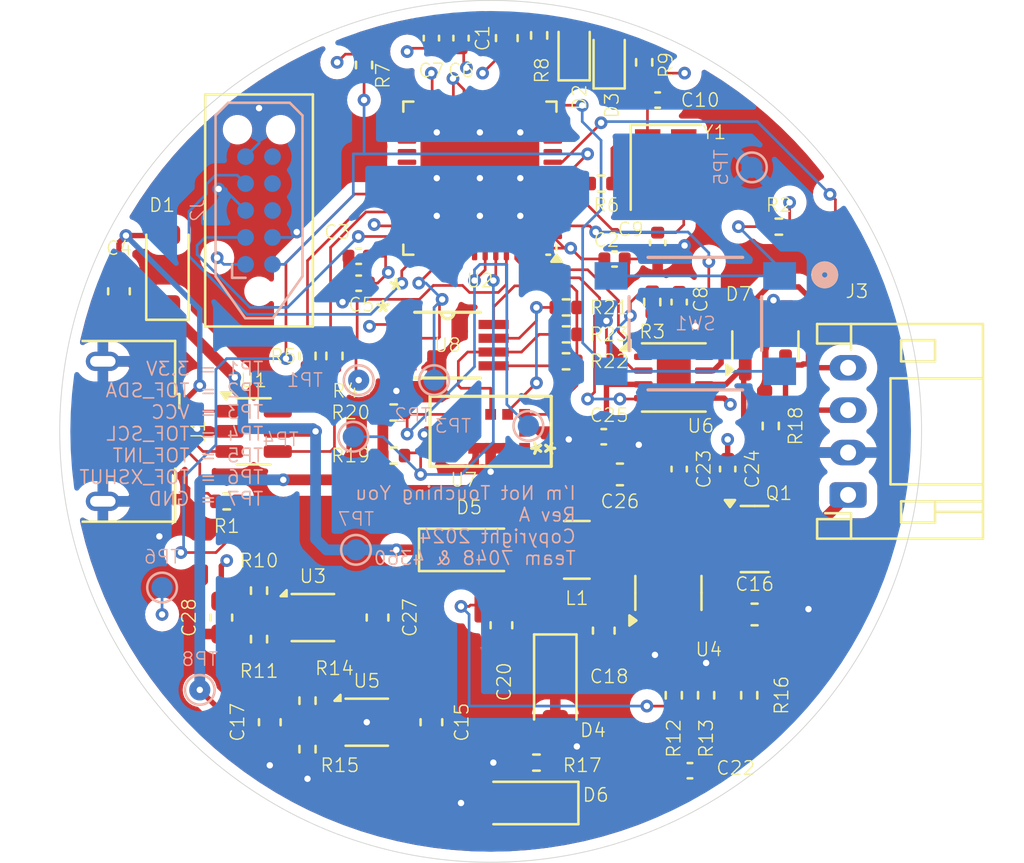
<source format=kicad_pcb>
(kicad_pcb (version 20240108) (generator "pcbnew") (generator_version "8.0")
  (layers (0 "F.Cu" signal "Front") (1 "In1.Cu" signal) (2 "In2.Cu" signal) (31 "B.Cu" signal "Back") (34 "B.Paste" user) (35 "F.Paste" user) (36 "B.SilkS" user "B.Silkscreen") (37 "F.SilkS" user "F.Silkscreen") (38 "B.Mask" user) (39 "F.Mask" user) (44 "Edge.Cuts" user))
  (net 0 "")
  (net 1 "3V3")
  (net 2 "GND")
  (net 3 "Net-(D1-A)")
  (net 4 "BOOT")
  (net 5 "/STM32/OSC_IN")
  (net 6 "/STM32/OSC_OUT")
  (net 7 "VCC")
  (net 8 "+12V")
  (net 9 "Net-(U4-BST)")
  (net 10 "VIN_MEAS")
  (net 11 "LED1")
  (net 12 "Net-(D2-A)")
  (net 13 "LED2")
  (net 14 "Net-(D3-A)")
  (net 15 "Net-(J3-Pin_3)")
  (net 16 "Net-(J3-Pin_4)")
  (net 17 "Net-(J1-ID)")
  (net 18 "Net-(J1-D-)")
  (net 19 "Net-(J1-D+)")
  (net 20 "SWDIO")
  (net 21 "NRST")
  (net 25 "SWCLK")
  (net 26 "VIN")
  (net 27 "ID")
  (net 28 "Net-(R2-Pad2)")
  (net 29 "Net-(R4-Pad1)")
  (net 30 "DP")
  (net 31 "Net-(R5-Pad1)")
  (net 32 "DM")
  (net 33 "2V8")
  (net 34 "Net-(U4-FB)")
  (net 35 "TOF_INT")
  (net 36 "TOF_XSHUT")
  (net 37 "TOF_SCL")
  (net 38 "TOF_SDA")
  (net 39 "CAN_TX")
  (net 40 "CAN_STB")
  (net 41 "CAN_RX")
  (net 45 "TOF_SCL_2V8")
  (net 46 "TOF_SDA_2V8")
  (net 47 "Net-(U8-EN)")
  (net 49 "Net-(U3-FB)")
  (net 50 "Net-(U5-FB)")
  (net 53 "Net-(U2-PF1)")
  (net 74 "/Power/LX")
  (net 75 "/Power/PRE_OUT")
  (footprint "Capacitor_SMD:C_0402_1005Metric" (layer "F.Cu") (at 191.262 87.122 90)
    (property "Reference" "C7")
    (property "Value" "0.1u")
  )
  (footprint "Package_TO_SOT_SMD:SOT-23" (layer "F.Cu") (at 207.01 101.6 90)
    (property "Reference" "D7")
    (property "Value" "SP0502BAHT")
  )
  (footprint "Capacitor_SMD:C_0603_1608Metric" (layer "F.Cu") (at 199.39 115.062 90)
    (property "Reference" "C18")
    (property "Value" "10n")
  )
  (footprint "Capacitor_SMD:C_0402_1005Metric" (layer "F.Cu") (at 187.833 98.679 180)
    (property "Reference" "C5")
    (property "Value" "0.1u")
  )
  (footprint "Resistor_SMD:R_0402_1005Metric" (layer "F.Cu") (at 185.42 118.364 -90)
    (property "Reference" "R14")
    (property "Value" "4.09k")
  )
  (footprint "Diode_SMD:D_SOD-123" (layer "F.Cu") (at 193.04 111.252)
    (property "Reference" "D5")
    (property "Value" "D_Schottky")
  )
  (footprint "Capacitor_SMD:C_0402_1005Metric" (layer "F.Cu") (at 203.454 121.666 180)
    (property "Reference" "C22")
    (property "Value" "1u")
  )
  (footprint "Package_TO_SOT_SMD:SOT-23" (layer "F.Cu") (at 206.502 110.744)
    (property "Reference" "Q1")
    (property "Value" "IRLML6401")
  )
  (footprint "Capacitor_SMD:C_0402_1005Metric" (layer "F.Cu") (at 201.93 96.774 90)
    (property "Reference" "C9")
    (property "Value" "15p")
  )
  (footprint "Package_SON:WSON-6-1EP_2x2mm_P0.65mm_EP1x1.6mm" (layer "F.Cu") (at 188.214 119.38)
    (property "Reference" "U5")
    (property "Value" "TLV75801PDRV")
  )
  (footprint "footprints:DGK8" (layer "F.Cu") (at 192.024 101.6)
    (property "Reference" "U8")
    (property "Value" "TCA9509DGKR")
  )
  (footprint "Capacitor_SMD:C_0402_1005Metric" (layer "F.Cu") (at 202.946 99.568 -90)
    (property "Reference" "C8")
    (property "Value" "0.1u")
  )
  (footprint "Diode_SMD:D_SOD-123" (layer "F.Cu") (at 197.104 117.602 -90)
    (property "Reference" "D4")
    (property "Value" "D_Schottky")
  )
  (footprint "Connector_JST:JST_PH_S4B-PH-K_1x04_P2.00mm_Horizontal" (layer "F.Cu") (at 210.91 108.664 90)
    (property "Reference" "J3")
    (property "Value" "Conn_01x04")
  )
  (footprint "Diode_SMD:D_SOD-123" (layer "F.Cu") (at 195.834 123.19 180)
    (property "Reference" "D6")
    (property "Value" "D_Zener")
  )
  (footprint "Capacitor_SMD:C_0603_1608Metric" (layer "F.Cu") (at 181.356 114.446 -90)
    (property "Reference" "C28")
    (property "Value" "4.7u")
  )
  (footprint "Package_TO_SOT_SMD:SOT-23-6" (layer "F.Cu") (at 202.438 113.284 90)
    (property "Reference" "U4")
    (property "Value" "AOZ1280CI")
  )
  (footprint "Capacitor_SMD:C_0402_1005Metric" (layer "F.Cu") (at 192.659 87.122 90)
    (property "Reference" "C6")
    (property "Value" "0.1u")
  )
  (footprint "Capacitor_SMD:C_0402_1005Metric" (layer "F.Cu") (at 202.946 107.442 -90)
    (property "Reference" "C23")
    (property "Value" "0.1u")
  )
  (footprint "Resistor_SMD:R_0402_1005Metric" (layer "F.Cu") (at 197.612 101.092 180)
    (property "Reference" "R23")
    (property "Value" "2.2k")
  )
  (footprint "Resistor_SMD:R_0402_1005Metric" (layer "F.Cu") (at 188.087 88.39 90)
    (property "Reference" "R7")
    (property "Value" "4.7k")
  )
  (footprint "Resistor_SMD:R_0402_1005Metric" (layer "F.Cu") (at 201.295 88.265 -90)
    (property "Reference" "R9")
    (property "Value" "330")
  )
  (footprint "Capacitor_SMD:C_0603_1608Metric" (layer "F.Cu") (at 194.818 87.122 90)
    (property "Reference" "C1")
    (property "Value" "4.7u")
  )
  (footprint "LED_SMD:LED_0603_1608Metric" (layer "F.Cu") (at 197.993 87.63 90)
    (property "Reference" "D2")
    (property "Value" "LED")
  )
  (footprint "Capacitor_SMD:C_0603_1608Metric" (layer "F.Cu") (at 183.642 119.38 -90)
    (property "Reference" "C17")
    (property "Value" "4.7u")
  )
  (footprint "Diode_SMD:D_SOD-123" (layer "F.Cu") (at 178.816 98.044 90)
    (property "Reference" "D1")
    (property "Value" "D_Schottky")
  )
  (footprint "Resistor_SMD:R_0402_1005Metric" (layer "F.Cu") (at 196.215 121.285 180)
    (property "Reference" "R17")
    (property "Value" "10k")
  )
  (footprint "Resistor_SMD:R_0402_1005Metric" (layer "F.Cu") (at 181.61 108.966 180)
    (property "Reference" "R1")
    (property "Value" "560")
  )
  (footprint "Capacitor_SMD:C_0603_1608Metric" (layer "F.Cu") (at 191.262 119.38 -90)
    (property "Reference" "C15")
    (property "Value" "4.7u")
  )
  (footprint "Resistor_SMD:R_0402_1005Metric" (layer "F.Cu") (at 196.342 86.995 -90)
    (property "Reference" "R8")
    (property "Value" "330")
  )
  (footprint "Resistor_SMD:R_0402_1005Metric" (layer "F.Cu") (at 197.612 102.362 180)
    (property "Reference" "R22")
    (property "Value" "10K")
  )
  (footprint "Inductor_SMD:L_1210_3225Metric" (layer "F.Cu") (at 198.12 111.252 180)
    (property "Reference" "L1")
    (property "Value" "L")
  )
  (footprint "Package_TO_SOT_SMD:SOT-23-6" (layer "F.Cu") (at 182.88 105.664)
    (property "Reference" "U1")
    (property "Value" "USBLC6-2SC6")
  )
  (footprint "Capacitor_SMD:C_0402_1005Metric" (layer "F.Cu") (at 205.232 107.442 -90)
    (property "Reference" "C24")
    (property "Value" "0.1u")
  )
  (footprint "Resistor_SMD:R_0402_1005Metric" (layer "F.Cu") (at 197.612 99.822 180)
    (property "Reference" "R21")
    (property "Value" "2.2k")
  )
  (footprint "Resistor_SMD:R_0402_1005Metric" (layer "F.Cu") (at 201.676 99.568 -90)
    (property "Reference" "R3")
    (property "Value" "100k")
  )
  (footprint "Resistor_SMD:R_0402_1005Metric" (layer "F.Cu") (at 206.248 118.11 -90)
    (property "Reference" "R16")
    (property "Value" "100k")
  )
  (footprint "Capacitor_SMD:C_0603_1608Metric" (layer "F.Cu") (at 188.722 114.446 90)
    (property "Reference" "C27")
    (property "Value" "4.7u")
  )
  (footprint "Capacitor_SMD:C_0603_1608Metric" (layer "F.Cu") (at 176.53 99.06 90)
    (property "Reference" "C4")
    (property "Value" "2.2u")
  )
  (footprint "LED_SMD:LED_0603_1608Metric" (layer "F.Cu") (at 199.644 88.011 90)
    (property "Reference" "D3")
    (property "Value" "LED")
  )
  (footprint "Package_SON:WSON-6-1EP_2x2mm_P0.65mm_EP1x1.6mm" (layer "F.Cu") (at 185.674 114.446)
    (property "Reference" "U3")
    (property "Value" "TLV75801PDRV")
  )
  (footprint "Resistor_SMD:R_0402_1005Metric" (layer "F.Cu") (at 185.42 102.108 90)
    (property "Reference" "R5")
    (property "Value" "22")
  )
  (footprint "Resistor_SMD:R_0402_1005Metric" (layer "F.Cu") (at 185.42 120.65 -90)
    (property "Reference" "R15")
    (property "Value" "1k")
  )
  (footprint "Package_DFN_QFN:QFN-48-1EP_7x7mm_P0.5mm_EP5.6x5.6mm" (layer "F.Cu") (at 193.548 93.726 180)
    (property "Reference" "U2")
    (property "Value" "STM32G431CBUx")
  )
  (footprint "Resistor_SMD:R_0402_1005Metric" (layer "F.Cu") (at 204.216 118.11 90)
    (property "Reference" "R13")
    (property "Value" "9.53k")
  )
  (footprint "Resistor_SMD:R_0402_1005Metric" (layer "F.Cu") (at 189.484 106.807)
    (property "Reference" "R19")
    (property "Value" "10K")
  )
  (footprint "Capacitor_SMD:C_0402_1005Metric" (layer "F.Cu") (at 199.898 97.536)
    (property "Reference" "C2")
    (property "Value" "0.1u")
  )
  (footprint "Crystal:Crystal_SMD_3225-4Pin_3.2x2.5mm" (layer "F.Cu") (at 202.311 93.218 -90)
    (property "Reference" "Y1")
    (property "Value" "Crystal_GND24")
  )
  (footprint "Resistor_SMD:R_0402_1005Metric" (layer "F.Cu") (at 186.69 102.108 90)
    (property "Reference" "R4")
    (property "Value" "22")
  )
  (footprint "Resistor_SMD:R_0402_1005Metric" (layer "F.Cu") (at 183.134 115.462 -90)
    (property "Reference" "R11")
    (property "Value" "1k")
  )
  (footprint "Capacitor_SMD:C_0402_1005Metric" (layer "F.Cu") (at 199.39 105.918)
    (property "Reference" "C25")
    (property "Value" "0.1u")
  )
  (footprint "Resistor_SMD:R_0402_1005Metric" (layer "F.Cu") (at 199.263 93.98)
    (property "Reference" "R6")
    (property "Value" "1K")
  )
  (footprint "footprints:LGA12_STM" (layer "F.Cu") (at 194.056 105.664 -90)
    (property "Reference" "U7")
    (property "Value" "VL53L3CXV0DH/1")
  )
  (footprint "Capacitor_SMD:C_0603_1608Metric" (layer "F.Cu") (at 206.502 114.3)
    (property "Reference" "C16")
    (property "Value" "10u")
  )
  (footprint "Resistor_SMD:R_0402_1005Metric" (layer "F.Cu") (at 202.692 118.11 90)
    (property "Reference" "R12")
    (property "Value" "49.9k")
  )
  (footprint "Resistor_SMD:R_0402_1005Metric" (layer "F.Cu") (at 207.645 96.012 180)
    (property "Reference" "R2")
    (property "Value" "1K")
  )
  (footprint "Connector_USB:USB_Micro-B_Amphenol_10118193-0001LF_Horizontal" (layer "F.Cu") (at 175.768 105.664 -90)
    (property "Reference" "J1")
    (property "Value" "USB_B_Micro")
  )
  (footprint "Capacitor_SMD:C_0603_1608Metric" (layer "F.Cu") (at 200.152 107.696)
    (property "Reference" "C26")
    (property "Value" "4.7u")
  )
  (footprint "Resistor_SMD:R_0402_1005Metric" (layer "F.Cu") (at 207.264 105.41 -90)
    (property "Reference" "R18")
    (property "Value" "120")
  )
  (footprint "Capacitor_SMD:C_0402_1005Metric" (layer "F.Cu") (at 201.93 90.043 180)
    (property "Reference" "C10")
    (property "Value" "15p")
  )
  (footprint "Resistor_SMD:R_0402_1005Metric" (layer "F.Cu") (at 189.484 104.775)
    (property "Reference" "R20")
    (property "Value" "10K")
  )
  (footprint "Capacitor_SMD:C_0603_1608Metric" (layer "F.Cu") (at 194.564 114.808 -90)
    (property "Reference" "C20")
    (property "Value" "10u")
  )
  (footprint "Capacitor_SMD:C_0402_1005Metric" (layer "F.Cu") (at 187.833 97.409 180)
    (property "Reference" "C3")
    (property "Value" "0.1u")
  )
  (footprint "Resistor_SMD:R_0402_1005Metric" (layer "F.Cu") (at 183.134 113.176 -90)
    (property "Reference" "R10")
    (property "Value" "5k")
  )
  (footprint "Package_SON:VSON-8-1EP_3x3mm_P0.65mm_EP1.6x2.4mm" (layer "F.Cu") (at 202.692 103.124)
    (property "Reference" "U6")
    (property "Value" "TCAN1044A-Q1")
  )
  (footprint "Connector:Tag-Connect_TC2050-IDC-NL_2x05_P1.27mm_Vertical_with_bottom_clip" (layer "B.Cu") (at 183.134 95.25 90)
    (property "Reference" "J2")
    (property "Value" "Conn_ARM_JTAG_SWD_10")
  )
  (footprint "TestPoint:TestPoint_Pad_D1.0mm" (layer "B.Cu") (at 206.375 93.218 -90)
    (property "Reference" "TP5")
    (property "Value" "TestPoint")
  )
  (footprint "TestPoint:TestPoint_Pad_D1.0mm" (layer "B.Cu") (at 195.834 105.41 -90)
    (property "Reference" "TP3")
    (property "Value" "TestPoint")
  )
  (footprint "TestPoint:TestPoint_Pad_D1.0mm" (layer "B.Cu") (at 187.579 105.918 -90)
    (property "Reference" "TP4")
    (property "Value" "TestPoint")
  )
  (footprint "TestPoint:TestPoint_Pad_D1.0mm" (layer "B.Cu") (at 178.562 113.03 180)
    (property "Reference" "TP6")
    (property "Value" "TestPoint")
  )
  (footprint "TestPoint:TestPoint_Pad_D1.0mm" (layer "B.Cu") (at 180.34 117.856 180)
    (property "Reference" "TP8")
    (property "Value" "TestPoint")
  )
  (footprint "TestPoint:TestPoint_Pad_D1.0mm" (layer "B.Cu") (at 191.389 103.251 -90)
    (property "Reference" "TP2")
    (property "Value" "TestPoint")
  )
  (footprint "TestPoint:TestPoint_Pad_D1.0mm" (layer "B.Cu") (at 187.706 111.252 180)
    (property "Reference" "TP7")
    (property "Value" "TestPoint")
  )
  (footprint "TestPoint:TestPoint_Pad_D1.0mm" (layer "B.Cu") (at 187.833 103.251 -90)
    (property "Reference" "TP1")
    (property "Value" "TestPoint")
  )
  (footprint "footprints:PTS645SK50SMTR92LFS_CNK" (layer "B.Cu") (at 203.708 100.584 180)
    (property "Reference" "SW1")
    (property "Value" "PTS645SK50SMTR92LFS")
  )
  (gr_circle (center 194.056 105.664) (end 214.376 105.664) (stroke (width 0.0381)) (fill none) (layer "Edge.Cuts"))
  (gr_text "I'm Not Touching You\nRev A\nCopyright 2024\nTeam 7048 & 4360" (at 198.12 112.014 0) (layer "B.SilkS") (effects (font (size 0.635 0.635) (thickness 0.0762)) (justify left bottom mirror)))
  (gr_text "TP1 = 3.3V\nTP2 = TOF_SDA\nTP3 = VCC\nTP4 = TOF_SCL\nTP5 = TOF_INT\nTP6 = TOF_XSHUT\nTP7 = GND" (at 183.388 109.22 0) (layer "B.SilkS") (effects (font (size 0.635 0.635) (thickness 0.0762)) (justify left bottom mirror)))
  (segment (start 189.103 97.409) (end 189.103 98.044) (width 0.127) (layer "F.Cu") (net 1))
  (segment (start 189.103 98.044) (end 189.23 98.171) (width 0.127) (layer "F.Cu") (net 1))
  (segment (start 187.202 87.88) (end 186.817 88.265) (width 0.127) (layer "F.Cu") (net 1))
  (segment (start 196.4335 97.028) (end 197.83109 97.028) (width 0.127) (layer "F.Cu") (net 1))
  (segment (start 192.298 90.2885) (end 192.298 89.047) (width 0.127) (layer "F.Cu") (net 1))
  (segment (start 188.44 97.409) (end 189.103 97.409) (width 0.127) (layer "F.Cu") (net 1))
  (segment (start 188.627789 95.976) (end 188.564289 95.9125) (width 0.127) (layer "F.Cu") (net 1))
  (segment (start 196.342 87.505) (end 196.342 87.884) (width 0.127) (layer "F.Cu") (net 1))
  (segment (start 184.7865 113.5395) (end 183.913 112.666) (width 0.254) (layer "F.Cu") (net 1))
  (segment (start 205.064 104.099) (end 205.359 104.394) (width 0.254) (layer "F.Cu") (net 1))
  (segment (start 205.232 106.962) (end 205.232 106.045) (width 0.254) (layer "F.Cu") (net 1))
  (segment (start 188.722 98.679) (end 189.23 98.171) (width 0.127) (layer "F.Cu") (net 1))
  (segment (start 192.798 89.547) (end 192.278 89.027) (width 0.127) (layer "F.Cu") (net 1))
  (segment (start 188.313 98.679) (end 188.722 98.679) (width 0.127) (layer "F.Cu") (net 1))
  (segment (start 196.298 97.1635) (end 196.4335 97.028) (width 0.127) (layer "F.Cu") (net 1))
  (segment (start 201.295 88.775) (end 203.198 88.775) (width 0.127) (layer "F.Cu") (net 1))
  (segment (start 188.087 87.88) (end 187.202 87.88) (width 0.127) (layer "F.Cu") (net 1))
  (segment (start 192.786 88.392) (end 192.913 88.519) (width 0.127) (layer "F.Cu") (net 1))
  (segment (start 197.5375 97.028) (end 197.83109 97.028) (width 0.127) (layer "F.Cu") (net 1))
  (segment (start 192.298 89.047) (end 192.278 89.027) (width 0.127) (layer "F.Cu") (net 1))
  (segment (start 194.551 87.897) (end 193.675 88.773) (width 0.127) (layer "F.Cu") (net 1))
  (segment (start 199.418 97.536) (end 198.33909 97.536) (width 0.127) (layer "F.Cu") (net 1))
  (segment (start 195.834 88.138) (end 195.593 87.897) (width 0.127) (layer "F.Cu") (net 1))
  (segment (start 191.298 88.809) (end 191.262 88.773) (width 0.127) (layer "F.Cu") (net 1))
  (segment (start 183.134 112.666) (end 182.361 112.666) (width 0.254) (layer "F.Cu") (net 1))
  (segment (start 196.088 88.138) (end 195.834 88.138) (width 0.127) (layer "F.Cu") (net 1))
  (segment (start 190.274 87.602) (end 190.119 87.757) (width 0.127) (layer "F.Cu") (net 1))
  (segment (start 208.155 96.012) (end 208.155 94.871) (width 0.127) (layer "F.Cu") (net 1))
  (segment (start 191.262 87.602) (end 190.274 87.602) (width 0.127) (layer "F.Cu") (net 1))
  (segment (start 188.426999 100.625001) (end 188.341 100.711) (width 0.127) (layer "F.Cu") (net 1))
  (segment (start 196.9855 96.476) (end 197.5375 97.028) (width 0.127) (layer "F.Cu") (net 1))
  (segment (start 184.7865 113.796) (end 184.7865 113.5395) (width 0.254) (layer "F.Cu") (net 1))
  (segment (start 192.786 87.602) (end 192.786 88.392) (width 0.127) (layer "F.Cu") (net 1))
  (segment (start 191.298 90.2885) (end 191.298 88.809) (width 0.127) (layer "F.Cu") (net 1))
  (segment (start 182.361 112.666) (end 181.356 113.671) (width 0.254) (layer "F.Cu") (net 1))
  (segment (start 181.356 112.014) (end 181.61 111.76) (width 0.254) (layer "F.Cu") (net 1))
  (segment (start 183.913 112.666) (end 183.134 112.666) (width 0.254) (layer "F.Cu") (net 1))
  (segment (start 195.593 87.897) (end 194.818 87.897) (width 0.127) (layer "F.Cu") (net 1))
  (segment (start 190.1105 95.976) (end 188.627789 95.976) (width 0.127) (layer "F.Cu") (net 1))
  (segment (start 181.356 113.671) (end 181.356 112.014) (width 0.254) (layer "F.Cu") (net 1))
  (segment (start 196.342 87.884) (end 196.088 88.138) (width 0.127) (layer "F.Cu") (net 1))
  (segment (start 189.8523 100.625001) (end 188.426999 100.625001) (width 0.127) (layer "F.Cu") (net 1))
  (segment (start 203.198 88.775) (end 203.2 88.773) (width 0.127) (layer "F.Cu") (net 1))
  (segment (start 204.1295 104.099) (end 205.064 104.099) (width 0.254) (layer "F.Cu") (net 1))
  (segment (start 208.155 94.871) (end 208.153 94.869) (width 0.127) (layer "F.Cu") (net 1))
  (segment (start 198.33909 97.536) (end 197.83109 97.028) (width 0.127) (layer "F.Cu") (net 1))
  (segment (start 192.798 90.2885) (end 192.798 89.547) (width 0.127) (layer "F.Cu") (net 1))
  (segment (start 194.818 87.897) (end 194.551 87.897) (width 0.127) (layer "F.Cu") (net 1))
  (via (at 203.2 88.773) (size 0.6) (drill 0.3) (layers "F.Cu" "B.Cu") (net 1))
  (via (at 197.83109 97.028) (size 0.6) (drill 0.3) (layers "F.Cu" "B.Cu") (net 1))
  (via (at 193.675 88.773) (size 0.6) (drill 0.3) (layers "F.Cu" "B.Cu") (net 1))
  (via (at 189.23 98.171) (size 0.6) (drill 0.3) (layers "F.Cu" "B.Cu") (net 1))
  (via (at 190.119 87.757) (size 0.6) (drill 0.3) (layers "F.Cu" "B.Cu") (net 1))
  (via (at 205.359 104.394) (size 0.6) (drill 0.3) (layers "F.Cu" "B.Cu") (net 1))
  (via (at 191.262 88.773) (size 0.6) (drill 0.3) (layers "F.Cu" "B.Cu") (net 1))
  (via (at 192.278 89.027) (size 0.6) (drill 0.3) (layers "F.Cu" "B.Cu") (net 1))
  (via (at 208.153 94.869) (size 0.6) (drill 0.3) (layers "F.Cu" "B.Cu") (net 1))
  (via (at 181.61 111.76) (size 0.6) (drill 0.3) (layers "F.Cu" "B.Cu") (net 1))
  (via (at 188.341 100.711) (size 0.6) (drill 0.3) (layers "F.Cu" "B.Cu") (net 1))
  (via (at 181.160179 97.477821) (size 0.6) (drill 0.3) (layers "F.Cu" "B.Cu") (net 1))
  (via (at 178.562 114.3) (size 0.6) (drill 0.3) (layers "F.Cu" "B.Cu") (net 1))
  (via (at 186.817 88.265) (size 0.6) (drill 0.3) (layers "F.Cu" "B.Cu") (net 1))
  (via (at 188.564289 95.9125) (size 0.6) (drill 0.3) (layers "F.Cu" "B.Cu") (net 1))
  (via (at 192.913 88.519) (size 0.6) (drill 0.3) (layers "F.Cu" "B.Cu") (net 1))
  (via (at 205.232 106.045) (size 0.6) (drill 0.3) (layers "F.Cu" "B.Cu") (net 1))
  (segment (start 181.472358 97.79) (end 181.160179 97.477821) (width 0.127) (layer "B.Cu") (net 1))
  (segment (start 182.499 97.79) (end 181.472358 97.79) (width 0.127) (layer "B.Cu") (net 1))
  (segment (start 178.562 113.03) (end 178.562 114.3) (width 0.127) (layer "B.Cu") (net 1))
  (segment (start 201.676 100.078) (end 202.916 100.078) (width 0.127) (layer "F.Cu") (net 2))
  (segment (start 178.689 110.363) (end 178.435 110.617) (width 0.127) (layer "F.Cu") (net 2))
  (segment (start 197.104 119.252) (end 198.12 120.268) (width 0.127) (layer "F.Cu") (net 2))
  (segment (start 179.832 110.363) (end 178.689 110.363) (width 0.127) (layer "F.Cu") (net 2))
  (segment (start 187.353 98.679) (end 187.353 99.286) (width 0.127) (layer "F.Cu") (net 2))
  (segment (start 201.102 106.36) (end 201.041 106.299) (width 0.127) (layer "F.Cu") (net 2))
  (segment (start 189.8523 102.574999) (end 189.8523 103.5177) (width 0.127) (layer "F.Cu") (net 2))
  (segment (start 195.705 121.285) (end 194.183 121.285) (width 0.127) (layer "F.Cu") (net 2))
  (segment (start 201.648 97.536) (end 201.93 97.254) (width 0.127) (layer "F.Cu") (net 2))
  (segment (start 180.34 105.664) (end 180.213 105.537) (width 0.127) (layer "F.Cu") (net 2))
  (segment (start 191.063713 105.664) (end 190.918802 105.808911) (width 0.127) (layer "F.Cu") (net 2))
  (segment (start 202.916 100.078) (end 202.946 100.048) (width 0.127) (layer "F.Cu") (net 2))
  (segment (start 199.517 101.498999) (end 199.517 100.457) (width 0.127) (layer "F.Cu") (net 2))
  (segment (start 195.655946 105.664) (end 197.358 105.664) (width 0.127) (layer "F.Cu") (net 2))
  (segment (start 193.255999 106.463973) (end 193.255999 107.403999) (width 0.127) (layer "F.Cu") (net 2))
  (segment (start 193.255999 107.403999) (end 193.421 107.569) (width 0.127) (layer "F.Cu") (net 2))
  (segment (start 197.358 105.664) (end 197.739 106.045) (width 0.127) (layer "F.Cu") (net 2))
  (segment (start 194.856001 106.463973) (end 194.856001 107.403999) (width 0.127) (layer "F.Cu") (net 2))
  (segment (start 187.353 99.286) (end 187.071 99.568) (width 0.127) (layer "F.Cu") (net 2))
  (segment (start 200.378 97.536) (end 201.648 97.536) (width 0.127) (layer "F.Cu") (net 2))
  (segment (start 207.452 114.3) (end 208.788 114.3) (width 0.127) (layer "F.Cu") (net 2))
  (segment (start 199.87 105.918) (end 200.66 105.918) (width 0.127) (layer "F.Cu") (net 2))
  (segment (start 202.946 100.048) (end 203.045 100.048) (width 0.127) (layer "F.Cu") (net 2))
  (segment (start 208.788 114.3) (end 209.042 114.046) (width 0.127) (layer "F.Cu") (net 2))
  (segment (start 207.01 99.862702) (end 207.391 99.481702) (width 0.127) (layer "F.Cu") (net 2))
  (segment (start 192.456054 105.664) (end 191.063713 105.664) (width 0.127) (layer "F.Cu") (net 2))
  (segment (start 202.438 115.57) (end 201.803 116.205) (width 0.127) (layer "F.Cu") (net 2))
  (segment (start 200.817001 102.799) (end 199.517 101.498999) (width 0.127) (layer "F.Cu") (net 2))
  (segment (start 194.856001 107.403999) (end 194.691 107.569) (width 0.127) (layer "F.Cu") (net 2))
  (segment (start 198.12 120.268) (end 198.12 120.523) (width 0.127) (layer "F.Cu") (net 2))
  (segment (start 194.056 106.463973) (end 194.056 107.569) (width 0.127) (layer "F.Cu") (net 2))
  (segment (start 203.045 100.048) (end 203.708 100.711) (width 0.127) (layer "F.Cu") (net 2))
  (segment (start 207.01 100.6625) (end 207.01 99.862702) (width 0.127) (layer "F.Cu") (net 2))
  (segment (start 181.7425 105.664) (end 180.34 105.664) (width 0.127) (layer "F.Cu") (net 2))
  (segment (start 179.832 108.353) (end 179.832 110.363) (width 0.127) (layer "F.Cu") (net 2))
  (segment (start 202.847 97.254) (end 203.2 96.901) (width 0.127) (layer "F.Cu") (net 2))
  (segment (start 201.93 97.254) (end 202.847 97.254) (width 0.127) (layer "F.Cu") (net 2))
  (segment (start 189.8523 103.5177) (end 189.611 103.759) (width 0.127) (layer "F.Cu") (net 2))
  (segment (start 178.443 106.964) (end 179.832 108.353) (width 0.127) (layer "F.Cu") (net 2))
  (segment (start 194.184 123.19) (end 192.659 123.19) (width 0.127) (layer "F.Cu") (net 2))
  (segment (start 200.66 105.918) (end 201.041 106.299) (width 0.127) (layer "F.Cu") (net 2))
  (segment (start 187.353 97.409) (end 187.353 98.679) (width 0.127) (layer "F.Cu") (net 2))
  (segment (start 201.102 107.696) (end 201.102 106.36) (width 0.127) (layer "F.Cu") (net 2))
  (segment (start 185.42 121.16) (end 185.42 122.047) (width 0.127) (layer "F.Cu") (net 2))
  (segment (start 194.691 107.569) (end 194.056 107.569) (width 0.127) (layer "F.Cu") (net 2))
  (segment (start 183.642 120.155) (end 183.642 121.412) (width 0.127) (layer "F.Cu") (net 2))
  (segment (start 201.2545 102.799) (end 200.817001 102.799) (width 0.127) (layer "F.Cu") (net 2))
  (segment (start 202.438 114.4215) (end 202.438 115.57) (width 0.127) (layer "F.Cu") (net 2))
  (segment (start 204.216 117.6) (end 204.216 116.586) (width 0.127) (layer "F.Cu") (net 2))
  (segment (start 193.421 107.569) (end 194.056 107.569) (width 0.127) (layer "F.Cu") (net 2))
  (via (at 189.611 103.759) (size 0.6) (drill 0.3) (layers "F.Cu" "B.Cu") (net 2))
  (via (at 185.42 122.047) (size 0.6) (drill 0.3) (layers "F.Cu" "B.Cu") (net 2))
  (via (at 183.642 121.412) (size 0.6) (drill 0.3) (layers "F.Cu" "B.Cu") (net 2))
  (via (at 195.453 91.567) (size 0.6) (drill 0.3) (layers "F.Cu" "B.Cu") (net 2))
  (via (at 187.071 99.568) (size 0.6) (drill 0.3) (layers "F.Cu" "B.Cu") (net 2))
  (via (at 191.516 93.726) (size 0.6) (drill 0.3) (layers "F.Cu" "B.Cu") (net 2))
  (via (at 181.229 94.234) (size 0.6) (drill 0.3) (layers "F.Cu" "B.Cu") (net 2))
  (via (at 180.213 105.537) (size 0.6) (drill 0.3) (layers "F.Cu" "B.Cu") (net 2))
  (via (at 203.2 96.901) (size 0.6) (drill 0.3) (layers "F.Cu" "B.Cu") (net 2))
  (via (at 198.12 120.523) (size 0.6) (drill 0.3) (layers "F.Cu" "B.Cu") (net 2))
  (via (at 195.453 95.504) (size 0.6) (drill 0.3) (layers "F.Cu" "B.Cu") (net 2))
  (via (at 184.912 96.266) (size 0.6) (drill 0.3) (layers "F.Cu" "B.Cu") (net 2))
  (via (at 193.548 93.726) (size 0.6) (drill 0.3) (layers "F.Cu" "B.Cu") (net 2))
  (via (at 194.056 107.569) (size 0.6) (drill 0.3) (layers "F.Cu" "B.Cu") (net 2))
  (via (at 201.803 116.205) (size 0.6) (drill 0.3) (layers "F.Cu" "B.Cu") (net 2))
  (via (at 195.453 93.726) (size 0.6) (drill 0.3) (layers "F.Cu" "B.Cu") (net 2))
  (via (at 194.183 121.285) (size 0.6) (drill 0.3) (layers "F.Cu" "B.Cu") (net 2))
  (via (at 190.918802 105.808911) (size 0.6) (drill 0.3) (layers "F.Cu" "B.Cu") (net 2))
  (via (at 192.659 123.19) (size 0.6) (drill 0.3) (layers "F.Cu" "B.Cu") (net 2))
  (via (at 197.739 106.045) (size 0.6) (drill 0.3) (layers "F.Cu" "B.Cu") (net 2))
  (via (at 183.134 90.424) (size 0.6) (drill 0.3) (layers "F.Cu" "B.Cu") (net 2))
  (via (at 204.216 116.586) (size 0.6) (drill 0.3) (layers "F.Cu" "B.Cu") (net 2))
  (via (at 188.214 119.38) (size 0.6) (drill 0.3) (layers "F.Cu" "B.Cu") (net 2))
  (via (at 193.548 91.567) (size 0.6) (drill 0.3) (layers "F.Cu" "B.Cu") (net 2))
  (via (at 193.548 95.504) (size 0.6) (drill 0.3) (layers "F.Cu" "B.Cu") (net 2))
  (via (at 191.516 91.567) (size 0.6) (drill 0.3) (layers "F.Cu" "B.Cu") (net 2))
  (via (at 178.435 110.617) (size 0.6) (drill 0.3) (layers "F.Cu" "B.Cu") (net 2))
  (via (at 203.708 100.711) (size 0.6) (drill 0.3) (layers "F.Cu" "B.Cu") (net 2))
  (via (at 207.391 99.481702) (size 0.6) (drill 0.3) (layers "F.Cu" "B.Cu") (net 2))
  (via (at 201.041 106.299) (size 0.6) (drill 0.3) (layers "F.Cu" "B.Cu") (net 2))
  (via (at 199.517 100.457) (size 0.6) (drill 0.3) (layers "F.Cu" "B.Cu") (net 2))
  (via (at 191.516 95.504) (size 0.6) (drill 0.3) (layers "F.Cu" "B.Cu") (net 2))
  (via (at 209.042 114.046) (size 0.6) (drill 0.3) (layers "F.Cu" "B.Cu") (net 2))
  (segment (start 183.134 92.075) (end 183.134 90.424) (width 0.127) (layer "B.Cu") (net 2))
  (segment (start 181.483 94.234) (end 181.229 94.234) (width 0.127) (layer "B.Cu") (net 2))
  (segment (start 184.658 96.52) (end 184.912 96.266) (width 0.127) (layer "B.Cu") (net 2))
  (segment (start 183.769 96.52) (end 184.658 96.52) (width 0.127) (layer "B.Cu") (net 2))
  (segment (start 182.499 95.25) (end 181.483 94.234) (width 0.127) (layer "B.Cu") (net 2))
  (segment (start 182.499 92.71) (end 183.134 92.075) (width 0.127) (layer "B.Cu") (net 2))
  (segment (start 179.481 104.364) (end 180.34 103.505) (width 0.254) (layer "F.Cu") (net 3))
  (segment (start 176.859163 96.432776) (end 178.777224 96.432776) (width 0.254) (layer "F.Cu") (net 3))
  (segment (start 178.777224 96.432776) (end 178.816 96.394) (width 0.254) (layer "F.Cu") (net 3))
  (segment (start 178.443 104.364) (end 179.481 104.364) (width 0.254) (layer "F.Cu") (net 3))
  (segment (start 176.53 98.285) (end 176.53 96.761939) (width 0.254) (layer "F.Cu") (net 3))
  (segment (start 176.53 96.761939) (end 176.859163 96.432776) (width 0.254) (layer "F.Cu") (net 3))
  (via (at 176.859163 96.432776) (size 0.6) (drill 0.3) (layers "F.Cu" "B.Cu") (net 3))
  (via (at 180.34 103.505) (size 0.6) (drill 0.3) (layers "F.Cu" "B.Cu") (net 3))
  (segment (start 180.34 103.505) (end 180.34 99.913613) (width 0.254) (layer "B.Cu") (net 3))
  (segment (start 180.34 99.913613) (end 176.859163 96.432776) (width 0.254) (layer "B.Cu") (net 3))
  (segment (start 202.916 99.058) (end 202.946 99.088) (width 0.127) (layer "F.Cu") (net 4))
  (segment (start 201.676 99.058) (end 202.916 99.058) (width 0.127) (layer "F.Cu") (net 4))
  (segment (start 201.17 99.058) (end 200.643769 99.584231) (width 0.127) (layer "F.Cu") (net 4))
  (segment (start 201.676 99.058) (end 201.17 99.058) (width 0.127) (layer "F.Cu") (net 4))
  (segment (start 196.298 90.2885) (end 198.3655 90.2885) (width 0.127) (layer "F.Cu") (net 4))
  (segment (start 198.3655 90.2885) (end 198.374 90.297) (width 0.127) (layer "F.Cu") (net 4))
  (segment (start 200.643769 99.584231) (end 200.643769 100.207444) (width 0.127) (layer "F.Cu") (net 4))
  (via (at 200.643769 100.207444) (size 0.6) (drill 0.3) (layers "F.Cu" "B.Cu") (net 4))
  (via (at 198.374 90.297) (size 0.6) (drill 0.3) (layers "F.Cu" "B.Cu") (net 4))
  (segment (start 199.733 102.834001) (end 207.683 102.834001) (width 0.127) (layer "B.Cu") (net 4))
  (segment (start 199.733 101.118213) (end 200.643769 100.207444) (width 0.127) (layer "B.Cu") (net 4))
  (segment (start 199.733 102.834001) (end 198.39459 101.495591) (width 0.127) (layer "B.Cu") (net 4))
  (segment (start 199.263 95.21509) (end 199.263 91.948) (width 0.127) (layer "B.Cu") (net 4))
  (segment (start 198.39459 96.0835) (end 199.263 95.21509) (width 0.127) (layer "B.Cu") (net 4))
  (segment (start 199.263 91.948) (end 198.374 91.059) (width 0.127) (layer "B.Cu") (net 4))
  (segment (start 198.374 91.059) (end 198.374 90.297) (width 0.127) (layer "B.Cu") (net 4))
  (segment (start 199.733 102.834001) (end 199.733 101.118213) (width 0.127) (layer "B.Cu") (net 4))
  (segment (start 198.39459 101.495591) (end 198.39459 96.0835) (width 0.127) (layer "B.Cu") (net 4))
  (segment (start 200.18 96.294) (end 201.93 96.294) (width 0.127) (layer "F.Cu") (net 5))
  (segment (start 203.161 95.924) (end 202.791 96.294) (width 0.127) (layer "F.Cu") (net 5))
  (segment (start 202.791 96.294) (end 201.93 96.294) (width 0.127) (layer "F.Cu") (net 5))
  (segment (start 199.771 96.139) (end 200.025 96.139) (width 0.127) (layer "F.Cu") (net 5))
  (segment (start 203.161 94.318) (end 203.161 95.924) (width 0.127) (layer "F.Cu") (net 5))
  (segment (start 196.9855 94.476) (end 198.108 94.476) (width 0.127) (layer "F.Cu") (net 5))
  (segment (start 198.108 94.476) (end 199.771 96.139) (width 0.127) (layer "F.Cu") (net 5))
  (segment (start 200.025 96.139) (end 200.18 96.294) (width 0.127) (layer "F.Cu") (net 5))
  (segment (start 199.773 93.98) (end 199.773 92.327) (width 0.127) (layer "F.Cu") (net 6))
  (segment (start 200.236 92.118) (end 201.461 92.118) (width 0.127) (layer "F.Cu") (net 6))
  (segment (start 199.773 92.327) (end 199.898 92.202) (width 0.127) (layer "F.Cu") (net 6))
  (segment (start 201.45 92.107) (end 201.45 90.043) (width 0.127) (layer "F.Cu") (net 6))
  (segment (start 201.461 92.118) (end 201.45 92.107) (width 0.127) (layer "F.Cu") (net 6))
  (segment (start 200.152 92.202) (end 200.236 92.118) (width 0.127) (layer "F.Cu") (net 6))
  (segment (start 199.898 92.202) (end 200.152 92.202) (width 0.127) (layer "F.Cu") (net 6))
  (segment (start 186.5615 115.096) (end 187.613 115.096) (width 0.254) (layer "F.Cu") (net 7))
  (segment (start 202.311 105.664) (end 202.946 106.299) (width 0.254) (layer "F.Cu") (net 7))
  (segment (start 187.702 113.796) (end 187.706 113.792) (width 0.254) (layer "F.Cu") (net 7))
  (segment (start 201.2545 103.449) (end 199.573 103.449) (width 0.254) (layer "F.Cu") (net 7))
  (segment (start 199.573 103.449) (end 199.517 103.505) (width 0.254) (layer "F.Cu") (net 7))
  (segment (start 187.613 115.096) (end 187.706 115.189) (width 0.254) (layer "F.Cu") (net 7))
  (segment (start 187.706 115.189) (end 187.96 115.189) (width 0.254) (layer "F.Cu") (net 7))
  (segment (start 191.39 114.68) (end 191.39 111.252) (width 0.508) (layer "F.Cu") (net 7))
  (segment (start 178.816 99.694) (end 178.816 99.949) (width 0.508) (layer "F.Cu") (net 7))
  (segment (start 191.137 118.73) (end 191.262 118.605) (width 0.254) (layer "F.Cu") (net 7))
  (segment (start 186.5615 113.796) (end 187.702 113.796) (width 0.254) (layer "F.Cu") (net 7))
  (segment (start 191.389 109.22) (end 203.835 109.22) (width 0.254) (layer "F.Cu") (net 7))
  (segment (start 191.262 115.189) (end 191.262 114.808) (width 0.508) (layer "F.Cu") (net 7))
  (segment (start 199.517 105.029) (end 200.406 105.029) (width 0.254) (layer "F.Cu") (net 7))
  (segment (start 202.946 106.299) (end 202.946 106.962) (width 0.254) (layer "F.Cu") (net 7))
  (segment (start 190.231 120.03) (end 190.246 120.015) (width 0.254) (layer "F.Cu") (net 7))
  (segment (start 189.1015 118.73) (end 190.246 118.73) (width 0.254) (layer "F.Cu") (net 7))
  (segment (start 189.611 111.252) (end 191.39 111.252) (width 0.508) (layer "F.Cu") (net 7))
  (segment (start 191.262 118.605) (end 191.262 115.189) (width 0.508) (layer "F.Cu") (net 7))
  (segment (start 203.835 107.315) (end 203.482 106.962) (width 0.254) (layer "F.Cu") (net 7))
  (segment (start 191.23 115.221) (end 191.262 115.189) (width 0.508) (layer "F.Cu") (net 7))
  (segment (start 189.1015 120.03) (end 190.231 120.03) (width 0.254) (layer "F.Cu") (net 7))
  (segment (start 203.835 109.22) (end 203.835 107.315) (width 0.254) (layer "F.Cu") (net 7))
  (segment (start 191.262 114.808) (end 191.39 114.68) (width 0.508) (layer "F.Cu") (net 7))
  (segment (start 190.246 120.015) (end 190.246 118.73) (width 0.254) (layer "F.Cu") (net 7))
  (segment (start 190.246 118.73) (end 191.137 118.73) (width 0.254) (layer "F.Cu") (net 7))
  (segment (start 187.96 115.189) (end 187.992 115.221) (width 0.254) (layer "F.Cu") (net 7))
  (segment (start 187.992 115.221) (end 188.722 115.221) (width 0.254) (layer "F.Cu") (net 7))
  (segment (start 191.39 109.221) (end 191.389 109.22) (width 0.254) (layer "F.Cu") (net 7))
  (segment (start 185.801 105.664) (end 184.0175 105.664) (width 0.508) (layer "F.Cu") (net 7))
  (segment (start 199.517 103.505) (end 199.517 105.029) (width 0.254) (layer "F.Cu") (net 7))
  (segment (start 191.39 111.252) (end 191.39 109.221) (width 0.254) (layer "F.Cu") (net 7))
  (segment (start 187.706 113.792) (end 187.706 115.189) (width 0.254) (layer "F.Cu") (net 7))
  (segment (start 200.406 105.029) (end 201.041 105.664) (width 0.254) (layer "F.Cu") (net 7))
  (segment (start 178.816 99.949) (end 181.991 103.124) (width 0.508) (layer "F.Cu") (net 7))
  (segment (start 203.482 106.962) (end 202.946 106.962) (width 0.254) (layer "F.Cu") (net 7))
  (segment (start 188.722 115.221) (end 191.23 115.221) (width 0.508) (layer "F.Cu") (net 7))
  (segment (start 201.041 105.664) (end 202.311 105.664) (width 0.254) (layer "F.Cu") (net 7))
  (via (at 189.611 111.252) (size 0.6) (drill 0.3) (layers "F.Cu" "B.Cu") (net 7))
  (via (at 181.991 103.124) (size 0.6) (drill 0.3) (layers "F.Cu" "B.Cu") (net 7))
  (via (at 185.801 105.664) (size 0.6) (drill 0.3) (layers "F.Cu" "B.Cu") (net 7))
  (segment (start 186.055 110.998) (end 186.309 111.252) (width 0.508) (layer "B.Cu") (net 7))
  (segment (start 182.372 104.013) (end 182.372 105.537) (width 0.508) (layer "B.Cu") (net 7))
  (segment (start 185.801 110.744) (end 186.055 110.998) (width 0.508) (layer "B.Cu") (net 7))
  (segment (start 181.991 103.124) (end 181.991 103.632) (width 0.508) (layer "B.Cu") (net 7))
  (segment (start 185.801 105.664) (end 185.801 110.744) (width 0.508) (layer "B.Cu") (net 7))
  (segment (start 182.372 105.537) (end 185.674 105.537) (width 0.508) (layer "B.Cu") (net 7))
  (segment (start 181.991 103.632) (end 182.372 104.013) (width 0.508) (layer "B.Cu") (net 7))
  (segment (start 186.309 111.252) (end 189.611 111.252) (width 0.508) (layer "B.Cu") (net 7))
  (segment (start 185.674 105.537) (end 185.801 105.664) (width 0.508) (layer "B.Cu") (net 7))
  (segment (start 202.438 112.1465) (end 202.438 110.49) (width 0.508) (layer "F.Cu") (net 8))
  (segment (start 204.4875 110.617) (end 205.5645 111.694) (width 0.508) (layer "F.Cu") (net 8))
  (segment (start 206.248 117.6) (end 206.248 116.84) (width 0.127) (layer "F.Cu") (net 8))
  (segment (start 204.343 110.49) (end 204.47 110.617) (width 0.508) (layer "F.Cu") (net 8))
  (segment (start 205.552 116.144) (end 205.552 114.3) (width 0.127) (layer "F.Cu") (net 8))
  (segment (start 203.454 110.49) (end 204.343 110.49) (width 0.508) (layer "F.Cu") (net 8))
  (segment (start 202.438 110.49) (end 203.454 110.49) (width 0.508) (layer "F.Cu") (net 8))
  (segment (start 205.5645 114.2875) (end 205.552 114.3) (width 0.254) (layer "F.Cu") (net 8))
  (segment (start 203.388 112.1465) (end 203.388 110.556) (width 0.508) (layer "F.Cu") (net 8))
  (segment (start 205.5645 111.694) (end 205.5645 114.2875) (width 0.508) (layer "F.Cu") (net 8))
  (segment (start 203.388 110.556) (end 203.454 110.49) (width 0.508) (layer "F.Cu") (net 8))
  (segment (start 206.248 116.84) (end 205.552 116.144) (width 0.127) (layer "F.Cu") (net 8))
  (segment (start 204.47 110.617) (end 204.4875 110.617) (width 0.508) (layer "F.Cu") (net 8))
  (segment (start 201.488 115.377) (end 201.488 114.4215) (width 0.127) (layer "F.Cu") (net 9))
  (segment (start 201.028 115.837) (end 201.488 115.377) (width 0.127) (layer "F.Cu") (net 9))
  (segment (start 199.39 115.837) (end 201.028 115.837) (width 0.127) (layer "F.Cu") (net 9))
  (segment (start 197.484 122.044) (end 196.725 121.285) (width 0.127) (layer "F.Cu") (net 10))
  (segment (start 197.484 123.19) (end 202.946 123.19) (width 0.127) (layer "F.Cu") (net 10))
  (segment (start 206.248 118.62) (end 206.248 119.352) (width 0.127) (layer "F.Cu") (net 10))
  (segment (start 212.710867 100.442867) (end 212.471 100.203) (width 0.127) (layer "F.Cu") (net 10))
  (segment (start 210.312 98.044) (end 210.312 94.742) (width 0.127) (layer "F.Cu") (net 10))
  (segment (start 212.471 100.203) (end 210.312 98.044) (width 0.127) (layer "F.Cu") (net 10))
  (segment (start 202.946 123.19) (end 203.934 122.202) (width 0.127) (layer "F.Cu") (net 10))
  (segment (start 196.9855 92.976) (end 197.422999 92.976) (width 0.127) (layer "F.Cu") (net 10))
  (segment (start 203.934 122.202) (end 203.934 121.666) (width 0.127) (layer "F.Cu") (net 10))
  (segment (start 206.248 119.352) (end 203.934 121.666) (width 0.127) (layer "F.Cu") (net 10))
  (segment (start 197.484 123.19) (end 197.484 122.044) (width 0.127) (layer "F.Cu") (net 10))
  (segment (start 210.312 94.742) (end 210.058 94.488) (width 0.127) (layer "F.Cu") (net 10))
  (segment (start 199.263 91.135999) (end 199.263 91.1145) (width 0.127) (layer "F.Cu") (net 10))
  (segment (start 197.422999 92.976) (end 199.263 91.135999) (width 0.127) (layer "F.Cu") (net 10))
  (segment (start 212.710867 112.157133) (end 212.710867 100.442867) (width 0.127) (layer "F.Cu") (net 10))
  (segment (start 206.248 118.62) (end 212.710867 112.157133) (width 0.127) (layer "F.Cu") (net 10))
  (via (at 199.263 91.1145) (size 0.6) (drill 0.3) (layers "F.Cu" "B.Cu") (net 10))
  (via (at 210.058 94.488) (size 0.6) (drill 0.3) (layers "F.Cu" "B.Cu") (net 10))
  (segment (start 206.629 91.059) (end 199.3185 91.059) (width 0.127) (layer "B.Cu") (net 10))
  (segment (start 199.3185 91.059) (end 199.263 91.1145) (width 0.127) (layer "B.Cu") (net 10))
  (segment (start 210.058 94.488) (end 206.629 91.059) (width 0.127) (layer "B.Cu") (net 10))
  (segment (start 195.453 88.9) (end 195.453 89.154) (width 0.127) (layer "F.Cu") (net 11))
  (segment (start 197.993 88.265) (end 197.358 88.9) (width 0.127) (layer "F.Cu") (net 11))
  (segment (start 195.298 89.309) (end 195.298 90.2885) (width 0.127) (layer "F.Cu") (net 11))
  (segment (start 197.358 88.9) (end 195.453 88.9) (width 0.127) (layer "F.Cu") (net 11))
  (segment (start 195.453 89.154) (end 195.298 89.309) (width 0.127) (layer "F.Cu") (net 11))
  (segment (start 196.342 86.485) (end 197.6355 86.485) (width 0.127) (layer "F.Cu") (net 12))
  (segment (start 197.6355 86.485) (end 197.993 86.8425) (width 0.127) (layer "F.Cu") (net 12))
  (segment (start 195.798 89.444) (end 195.834 89.408) (width 0.127) (layer "F.Cu") (net 13))
  (segment (start 195.798 90.2885) (end 195.798 89.444) (width 0.127) (layer "F.Cu") (net 13))
  (segment (start 199.0345 89.408) (end 199.644 88.7985) (width 0.127) (layer "F.Cu") (net 13))
  (segment (start 195.834 89.408) (end 199.0345 89.408) (width 0.127) (layer "F.Cu") (net 13))
  (segment (start 200.7635 87.2235) (end 201.295 87.755) (width 0.127) (layer "F.Cu") (net 14))
  (segment (start 199.644 87.2235) (end 200.7635 87.2235) (width 0.127) (layer "F.Cu") (net 14))
  (segment (start 205.98775 105.27675) (end 206.631 105.92) (width 0.254) (layer "F.Cu") (net 15))
  (segment (start 205.1485 103.449) (end 206.06 102.5375) (width 0.254) (layer "F.Cu") (net 15))
  (segment (start 208.024 105.92) (end 209.28 104.664) (width 0.254) (layer "F.Cu") (net 15))
  (segment (start 206.631 105.92) (end 207.264 105.92) (width 0.254) (layer "F.Cu") (net 15))
  (segment (start 204.1295 103.449) (end 205.1485 103.449) (width 0.254) (layer "F.Cu") (net 15))
  (segment (start 205.98775 102.60975) (end 205.98775 105.27675) (width 0.254) (layer "F.Cu") (net 15))
  (segment (start 207.264 105.92) (end 208.024 105.92) (width 0.254) (layer "F.Cu") (net 15))
  (segment (start 206.06 102.5375) (end 205.98775 102.60975) (width 0.254) (layer "F.Cu") (net 15))
  (segment (start 209.28 104.664) (end 210.91 104.664) (width 0.254) (layer "F.Cu") (net 15))
  (segment (start 209.042 102.489) (end 208.788 102.489) (width 0.254) (layer "F.Cu") (net 16))
  (segment (start 209.217 102.664) (end 210.91 102.664) (width 0.254) (layer "F.Cu") (net 16))
  (segment (start 208.7395 102.5375) (end 207.96 102.5375) (width 0.254) (layer "F.Cu") (net 16))
  (segment (start 207.96 104.204) (end 207.264 104.9) (width 0.254) (layer "F.Cu") (net 16))
  (segment (start 208.788 102.489) (end 208.7395 102.5375) (width 0.254) (layer "F.Cu") (net 16))
  (segment (start 208.582702 98.854702) (end 209.042 99.314) (width 0.254) (layer "F.Cu") (net 16))
  (segment (start 207.96 102.5375) (end 207.96 104.204) (width 0.254) (layer "F.Cu") (net 16))
  (segment (start 204.922 102.443999) (end 204.922 101.06399) (width 0.254) (layer "F.Cu") (net 16))
  (segment (start 207.131288 98.854702) (end 208.582702 98.854702) (width 0.254) (layer "F.Cu") (net 16))
  (segment (start 204.922 101.06399) (end 207.131288 98.854702) (width 0.254) (layer "F.Cu") (net 16))
  (segment (start 204.1295 102.799) (end 204.566999 102.799) (width 0.254) (layer "F.Cu") (net 16))
  (segment (start 204.566999 102.799) (end 204.922 102.443999) (width 0.254) (layer "F.Cu") (net 16))
  (segment (start 209.042 99.314) (end 209.042 102.489) (width 0.254) (layer "F.Cu") (net 16))
  (segment (start 209.042 102.489) (end 209.217 102.664) (width 0.254) (layer "F.Cu") (net 16))
  (segment (start 180.34 108.458) (end 180.467 108.585) (width 0.127) (layer "F.Cu") (net 17))
  (segment (start 179.466 106.314) (end 180.34 107.188) (width 0.127) (layer "F.Cu") (net 17))
  (segment (start 180.467 108.585) (end 180.719 108.585) (width 0.127) (layer "F.Cu") (net 17))
  (segment (start 180.34 107.188) (end 180.34 108.458) (width 0.127) (layer "F.Cu") (net 17))
  (segment (start 178.443 106.314) (end 179.466 106.314) (width 0.127) (layer "F.Cu") (net 17))
  (segment (start 180.719 108.585) (end 181.1 108.966) (width 0.127) (layer "F.Cu") (net 17))
  (segment (start 179.93909 105.014) (end 180.23909 104.714) (width 0.127) (layer "F.Cu") (net 18))
  (segment (start 178.443 105.014) (end 179.93909 105.014) (width 0.127) (layer "F.Cu") (net 18))
  (segment (start 180.23909 104.714) (end 181.7425 104.714) (width 0.127) (layer "F.Cu") (net 18))
  (segment (start 178.443 105.664) (end 179.54309 105.664) (width 0.127) (layer "F.Cu") (net 19))
  (segment (start 180.49309 106.614) (end 181.7425 106.614) (width 0.127) (layer "F.Cu") (net 19))
  (segment (start 179.54309 105.664) (end 180.49309 106.614) (width 0.127) (layer "F.Cu") (net 19))
  (segment (start 187.96797 96.601) (end 187.844273 96.477303) (width 0.127) (layer "F.Cu") (net 20))
  (segment (start 187.818537 96.476) (end 187.817234 96.477303) (width 0.127) (layer "F.Cu") (net 20))
  (segment (start 187.844273 96.477303) (end 187.817234 96.477303) (width 0.127) (layer "F.Cu") (net 20))
  (segment (start 190.1105 96.476) (end 187.818537 96.476) (width 0.127) (layer "F.Cu") (net 20))
  (via (at 187.817234 96.477303) (size 0.6) (drill 0.3) (layers "F.Cu" "B.Cu") (net 20))
  (segment (start 180.213 97.327552) (end 182.704248 99.8188) (width 0.127) (layer "B.Cu") (net 20))
  (segment (start 184.475737 99.8188) (end 187.817234 96.477303) (width 0.127) (layer "B.Cu") (net 20))
  (segment (start 182.704248 99.8188) (end 184.475737 99.8188) (width 0.127) (layer "B.Cu") (net 20))
  (segment (start 182.499 96.52) (end 180.594 96.52) (width 0.127) (layer "B.Cu") (net 20))
  (segment (start 180.213 96.901) (end 180.213 97.327552) (width 0.127) (layer "B.Cu") (net 20))
  (segment (start 180.594 96.52) (end 180.213 96.901) (width 0.127) (layer "B.Cu") (net 20))
  (segment (start 197.735 93.476) (end 198.628 92.583) (width 0.127) (layer "F.Cu") (net 21))
  (segment (start 196.9855 93.476) (end 197.735 93.476) (width 0.127) (layer "F.Cu") (net 21))
  (segment (start 188.087 90.041) (end 188.087 88.9) (width 0.127) (layer "F.Cu") (net 21))
  (via (at 198.628 92.583) (size 0.6) (drill 0.3) (layers "F.Cu" "B.Cu") (net 21))
  (via (at 188.087 90.041) (size 0.6) (drill 0.3) (layers "F.Cu" "B.Cu") (net 21))
  (segment (start 188.087 90.041) (end 188.087 92.583) (width 0.127) (layer "B.Cu") (net 21))
  (segment (start 187.579 94.536775) (end 187.579 92.583) (width 0.127) (layer "B.Cu") (net 21))
  (segment (start 183.769 97.79) (end 184.325775 97.79) (width 0.127) (layer "B.Cu") (net 21))
  (segment (start 198.628 92.583) (end 188.087 92.583) (width 0.127) (layer "B.Cu") (net 21))
  (segment (start 184.325775 97.79) (end 187.579 94.536775) (width 0.127) (layer "B.Cu") (net 21))
  (segment (start 188.087 92.583) (end 187.579 92.583) (width 0.127) (layer "B.Cu") (net 21))
  (segment (start 189.865 98.0965) (end 189.865 98.679) (width 0.127) (layer "F.Cu") (net 25))
  (segment (start 190.798 97.1635) (end 189.865 98.0965) (width 0.127) (layer "F.Cu") (net 25))
  (via (at 189.865 98.679) (size 0.6) (drill 0.3) (layers "F.Cu" "B.Cu") (net 25))
  (segment (start 182.5688 100.1458) (end 179.832 97.409) (width 0.127) (layer "B.Cu") (net 25))
  (segment (start 180.6655 94.00059) (end 181.079789 93.586301) (width 0.127) (layer "B.Cu") (net 25))
  (segment (start 181.079789 93.586301) (end 182.105301 93.586301) (width 0.127) (layer "B.Cu") (net 25))
  (segment (start 182.105301 93.586301) (end 182.499 93.98) (width 0.127) (layer "B.Cu") (net 25))
  (segment (start 179.832 95.295552) (end 180.6655 94.462052) (width 0.127) (layer "B.Cu") (net 25))
  (segment (start 179.832 97.409) (end 179.832 95.295552) (width 0.127) (layer "B.Cu") (net 25))
  (segment (start 189.865 98.679) (end 188.3982 100.1458) (width 0.127) (layer "B.Cu") (net 25))
  (segment (start 180.6655 94.462052) (end 180.6655 94.00059) (width 0.127) (layer "B.Cu") (net 25))
  (segment (start 188.3982 100.1458) (end 182.5688 100.1458) (width 0.127) (layer "B.Cu") (net 25))
  (segment (start 207.4395 110.744) (end 208.83 110.744) (width 0.508) (layer "F.Cu") (net 26))
  (segment (start 208.83 110.744) (end 210.91 108.664) (width 0.508) (layer "F.Cu") (net 26))
  (segment (start 181.102 111.379) (end 182.118 110.363) (width 0.127) (layer "F.Cu") (net 27))
  (segment (start 179.451 111.379) (end 181.102 111.379) (width 0.127) (layer "F.Cu") (net 27))
  (segment (start 184.404 97.708566) (end 184.404 102.235) (width 0.127) (layer "F.Cu") (net 27))
  (segment (start 182.12 110.107) (end 182.12 108.966) (width 0.127) (layer "F.Cu") (net 27))
  (segment (start 182.118 110.109) (end 182.12 110.107) (width 0.127) (layer "F.Cu") (net 27))
  (segment (start 190.1105 94.476) (end 187.636566 94.476) (width 0.127) (layer "F.Cu") (net 27))
  (segment (start 187.636566 94.476) (end 184.404 97.708566) (width 0.127) (layer "F.Cu") (net 27))
  (segment (start 182.118 110.363) (end 182.118 110.109) (width 0.127) (layer "F.Cu") (net 27))
  (via (at 179.451 111.379) (size 0.6) (drill 0.3) (layers "F.Cu" "B.Cu") (net 27))
  (via (at 184.404 102.235) (size 0.6) (drill 0.3) (layers "F.Cu" "B.Cu") (net 27))
  (segment (start 181.102 102.743) (end 181.102 106.299) (width 0.127) (layer "B.Cu") (net 27))
  (segment (start 179.578 111.252) (end 179.451 111.379) (width 0.127) (layer "B.Cu") (net 27))
  (segment (start 181.61 102.235) (end 181.102 102.743) (width 0.127) (layer "B.Cu") (net 27))
  (segment (start 184.404 102.235) (end 181.61 102.235) (width 0.127) (layer "B.Cu") (net 27))
  (segment (start 179.578 107.823) (end 179.578 111.252) (width 0.127) (layer "B.Cu") (net 27))
  (segment (start 181.102 106.299) (end 179.578 107.823) (width 0.127) (layer "B.Cu") (net 27))
  (segment (start 205.74 96.012) (end 207.135 96.012) (width 0.127) (layer "F.Cu") (net 28))
  (via (at 205.74 96.012) (size 0.6) (drill 0.3) (layers "F.Cu" "B.Cu") (net 28))
  (segment (start 207.683 98.334) (end 207.683 97.955) (width 0.127) (layer "B.Cu") (net 28))
  (segment (start 207.682999 98.333999) (end 207.683 98.334) (width 0.127) (layer "B.Cu") (net 28))
  (segment (start 207.683 97.955) (end 205.74 96.012) (width 0.127) (layer "B.Cu") (net 28))
  (segment (start 199.733 98.333999) (end 207.682999 98.333999) (width 0.127) (layer "B.Cu") (net 28))
  (segment (start 186.69 106.426) (end 186.69 102.618) (width 0.127) (layer "F.Cu") (net 29))
  (segment (start 186.502 106.614) (end 186.69 106.426) (width 0.127) (layer "F.Cu") (net 29))
  (segment (start 184.0175 106.614) (end 186.502 106.614) (width 0.127) (layer "F.Cu") (net 29))
  (segment (start 189.46341 95.3215) (end 188.176127 95.3215) (width 0.127) (layer "F.Cu") (net 30))
  (segment (start 186.5075 96.990127) (end 186.5075 101.4155) (width 0.127) (layer "F.Cu") (net 30))
  (segment (start 188.176127 95.3215) (end 186.5075 96.990127) (width 0.127) (layer "F.Cu") (net 30))
  (segment (start 190.1105 95.476) (end 189.61791 95.476) (width 0.127) (layer "F.Cu") (net 30))
  (segment (start 189.61791 95.476) (end 189.46341 95.3215) (width 0.127) (layer "F.Cu") (net 30))
  (segment (start 186.5075 101.4155) (end 186.69 101.598) (width 0.127) (layer "F.Cu") (net 30))
  (segment (start 185.42 102.618) (end 185.42 104.394) (width 0.127) (layer "F.Cu") (net 31))
  (segment (start 185.1 104.714) (end 184.0175 104.714) (width 0.127) (layer "F.Cu") (net 31))
  (segment (start 185.42 104.394) (end 185.1 104.714) (width 0.127) (layer "F.Cu") (net 31))
  (segment (start 185.42 97.615179) (end 185.42 101.598) (width 0.127) (layer "F.Cu") (net 32))
  (segment (start 190.1105 94.976) (end 188.059179 94.976) (width 0.127) (layer "F.Cu") (net 32))
  (segment (start 188.059179 94.976) (end 185.42 97.615179) (width 0.127) (layer "F.Cu") (net 32))
  (segment (start 194.1957 99.798658) (end 195.188358 98.806) (width 0.127) (layer "F.Cu") (net 33))
  (segment (start 199.202 107.696) (end 199.202 106.873) (width 0.254) (layer "F.Cu") (net 33))
  (segment (start 186.18 117.854) (end 185.42 117.854) (width 0.254) (layer "F.Cu") (net 33))
  (segment (start 184.393 117.854) (end 183.642 118.605) (width 0.254) (layer "F.Cu") (net 33))
  (segment (start 198.122 99.062) (end 198.122 99.822) (width 0.127) (layer "F.Cu") (net 33))
  (segment (start 198.448 108.45) (end 189.474 108.45) (width 0.508) (layer "F.Cu") (net 33))
  (segment (start 198.91 106.227999) (end 198.91 105.918) (width 0.127) (layer "F.Cu") (net 33))
  (segment (start 181.089 118.605) (end 180.34 117.856) (width 0.254) (layer "F.Cu") (net 33))
  (segment (start 195.655999 104.864027) (end 196.760973 104.864027) (width 0.127) (layer "F.Cu") (net 33))
  (segment (start 188.974 106.68) (end 188.974 104.902) (width 0.508) (layer "F.Cu") (net 33))
  (segment (start 199.202 107.696) (end 198.448 108.45) (width 0.508) (layer "F.Cu") (net 33))
  (segment (start 189.474 108.45) (end 188.974 107.95) (width 0.508) (layer "F.Cu") (net 33))
  (segment (start 195.188358 98.806) (end 197.866 98.806) (width 0.127) (layer "F.Cu") (net 33))
  (segment (start 194.1957 100.625001) (end 194.1957 99.798658) (width 0.127) (layer "F.Cu") (net 33))
  (segment (start 185.42 117.854) (end 184.393 117.854) (width 0.254) (layer "F.Cu") (net 33))
  (segment (start 198.529499 106.6085) (end 198.91 106.227999) (width 0.127) (layer "F.Cu") (net 33))
  (segment (start 196.760973 104.864027) (end 197.231 104.394) (width 0.127) (layer "F.Cu") (net 33))
  (segment (start 198.122 103.503) (end 198.122 102.362) (width 0.127) (layer "F.Cu") (net 33))
  (segment (start 184.277 107.95) (end 188.974 107.95) (width 0.508) (layer "F.Cu") (net 33))
  (segment (start 187.056 118.73) (end 186.18 117.854) (width 0.254) (layer "F.Cu") (net 33))
  (segment (start 195.800526 106.6085) (end 198.529499 106.6085) (width 0.127) (layer "F.Cu") (net 33))
  (segment (start 198.122 99.822) (end 198.122 101.092) (width 0.127) (layer "F.Cu") (net 33))
  (segment (start 198.755 105.918) (end 197.231 104.394) (width 0.127) (layer "F.Cu") (net 33))
  (segment (start 197.231 104.394) (end 198.122 103.503) (width 0.127) (layer "F.Cu") (net 33))
  (segment (start 187.3265 118.73) (end 187.056 118.73) (width 0.254) (layer "F.Cu") (net 33))
  (segment (start 195.655999 106.463973) (end 195.800526 106.6085) (width 0.127) (layer "F.Cu") (net 33))
  (segment (start 188.974 107.95) (end 188.974 106.68) (width 0.508) (layer "F.Cu") (net 33))
  (segment (start 198.91 106.581) (end 198.91 105.918) (width 0.254) (layer "F.Cu") (net 33))
  (segment (start 197.866 98.806) (end 198.122 99.062) (width 0.127) (layer "F.Cu") (net 33))
  (segment (start 199.202 106.873) (end 198.91 106.581) (width 0.254) (layer "F.Cu") (net 33))
  (segment (start 183.642 118.605) (end 181.089 118.605) (width 0.254) (layer "F.Cu") (net 33))
  (segment (start 198.91 105.918) (end 198.755 105.918) (width 0.127) (layer "F.Cu") (net 33))
  (segment (start 198.122 101.092) (end 198.122 102.362) (width 0.127) (layer "F.Cu") (net 33))
  (via (at 184.277 107.95) (size 0.6) (drill 0.3) (layers "F.Cu" "B.Cu") (net 33))
  (via (at 180.34 117.856) (size 0.6) (drill 0.3) (layers "F.Cu" "B.Cu") (net 33))
  (segment (start 180.34 108.077) (end 180.467 107.95) (width 0.508) (layer "B.Cu") (net 33))
  (segment (start 180.34 117.856) (end 180.34 108.077) (width 0.508) (layer "B.Cu") (net 33))
  (segment (start 180.467 107.95) (end 184.277 107.95) (width 0.508) (layer "B.Cu") (net 33))
  (segment (start 203.388 115.509) (end 202.692 116.205) (width 0.127) (layer "F.Cu") (net 34))
  (segment (start 203.198 117.6) (end 203.2 117.602) (width 0.127) (layer "F.Cu") (net 34))
  (segment (start 203.456 118.62) (end 204.216 118.62) (width 0.127) (layer "F.Cu") (net 34))
  (segment (start 203.2 117.602) (end 203.454 117.602) (width 0.127) (layer "F.Cu") (net 34))
  (segment (start 202.692 117.6) (end 203.198 117.6) (width 0.127) (layer "F.Cu") (net 34))
  (segment (start 203.388 114.4215) (end 203.388 115.509) (width 0.127) (layer "F.Cu") (net 34))
  (segment (start 202.692 116.205) (end 202.692 117.6) (width 0.127) (layer "F.Cu") (net 34))
  (segment (start 203.454 117.602) (end 203.454 118.618) (width 0.127) (layer "F.Cu") (net 34))
  (segment (start 203.454 118.618) (end 203.456 118.62) (width 0.127) (layer "F.Cu") (net 34))
  (segment (start 192.456001 104.864027) (end 190.031973 104.864027) (width 0.127) (layer "F.Cu") (net 35))
  (segment (start 193.798 97.1635) (end 193.798 98.048) (width 0.127) (layer "F.Cu") (net 35))
  (segment (start 193.798 98.048) (end 193.294 98.552) (width 0.127) (layer "F.Cu") (net 35))
  (segment (start 190.119 105.027) (end 189.994 104.902) (width 0.127) (layer "F.Cu") (net 35))
  (segment (start 190.119 105.791) (end 190.119 105.027) (width 0.127) (layer "F.Cu") (net 35))
  (segment (start 190.031973 104.864027) (end 189.994 104.902) (width 0.127) (layer "F.Cu") (net 35))
  (via (at 190.119 105.791) (size 0.6) (drill 0.3) (layers "F.Cu" "B.Cu") (net 35))
  (via (at 193.294 98.552) (size 0.6) (drill 0.3) (layers "F.Cu" "B.Cu") (net 35))
  (segment (start 193.294 98.044) (end 193.294 98.552) (width 0.127) (layer "B.Cu") (net 35))
  (segment (start 194.818 104.394) (end 194.818 97.79) (width 0.127) (layer "B.Cu") (net 35))
  (segment (start 193.294 102.616) (end 190.119 105.791) (width 0.127) (layer "B.Cu") (net 35))
  (segment (start 195.834 105.41) (end 194.818 104.394) (width 0.127) (layer "B.Cu") (net 35))
  (segment (start 193.548 97.79) (end 193.294 98.044) (width 0.127) (layer "B.Cu") (net 35))
  (segment (start 193.294 98.552) (end 193.294 102.616) (width 0.127) (layer "B.Cu") (net 35))
  (segment (start 194.818 97.79) (end 193.548 97.79) (width 0.127) (layer "B.Cu") (net 35))
  (segment (start 190.754 106.68) (end 189.994 106.68) (width 0.127) (layer "F.Cu") (net 36))
  (segment (start 194.298 97.1635) (end 194.298 98.437) (width 0.127) (layer "F.Cu") (net 36))
  (segment (start 190.754 107.696) (end 190.754 106.68) (width 0.127) (layer "F.Cu") (net 36))
  (segment (start 191.351027 106.463973) (end 191.135 106.68) (width 0.127) (layer "F.Cu") (net 36))
  (segment (start 194.298 98.437) (end 194.183 98.552) (width 0.127) (layer "F.Cu") (net 36))
  (segment (start 191.135 106.68) (end 190.754 106.68) (width 0.127) (layer "F.Cu") (net 36))
  (segment (start 192.456001 106.463973) (end 191.351027 106.463973) (width 0.127) (layer "F.Cu") (net 36))
  (via (at 190.754 107.696) (size 0.6) (drill 0.3) (layers "F.Cu" "B.Cu") (net 36))
  (via (at 194.183 98.552) (size 0.6) (drill 0.3) (layers "F.Cu" "B.Cu") (net 36))
  (segment (start 188.976 105.918) (end 190.754 107.696) (width 0.127) (layer "B.Cu") (net 36))
  (segment (start 194.183 106.172) (end 192.659 107.696) (width 0.127) (layer "B.Cu") (net 36))
  (segment (start 187.579 105.918) (end 188.976 105.918) (width 0.127) (layer "B.Cu") (net 36))
  (segment (start 192.659 107.696) (end 190.754 107.696) (width 0.127) (layer "B.Cu") (net 36))
  (segment (start 194.183 98.552) (end 194.183 106.172) (width 0.127) (layer "B.Cu") (net 36))
  (segment (start 191.643 99.568) (end 191.77 99.441) (width 0.127) (layer "F.Cu") (net 37))
  (segment (start 191.298 97.1635) (end 191.298 98.041408) (width 0.127) (layer "F.Cu") (net 37))
  (segment (start 191.643 101.219) (end 191.643 99.568) (width 0.127) (layer "F.Cu") (net 37))
  (segment (start 189.8523 101.274999) (end 191.587001 101.274999) (width 0.127) (layer "F.Cu") (net 37))
  (segment (start 191.587001 101.274999) (end 191.643 101.219) (width 0.127) (layer "F.Cu") (net 37))
  (segment (start 191.298 98.041408) (end 190.66499 98.674418) (width 0.127) (layer "F.Cu") (net 37))
  (via (at 191.77 99.441) (size 0.6) (drill 0.3) (layers "F.Cu" "B.Cu") (net 37))
  (via (at 190.66499 98.674418) (size 0.6) (drill 0.3) (layers "F.Cu" "B.Cu") (net 37))
  (segment (start 191.389 103.251) (end 191.389 99.822) (width 0.127) (layer "B.Cu") (net 37))
  (segment (start 191.77 99.441) (end 191.003418 98.674418) (width 0.127) (layer "B.Cu") (net 37))
  (segment (start 191.003418 98.674418) (end 190.66499 98.674418) (width 0.127) (layer "B.Cu") (net 37))
  (segment (start 191.389 99.822) (end 191.77 99.441) (width 0.127) (layer "B.Cu") (net 37))
  (segment (start 187.7615 101.869501) (end 187.7615 99.441) (width 0.127) (layer "F.Cu") (net 38))
  (segment (start 191.350908 98.78541) (end 192.7305 98.78541) (width 0.127) (layer "F.Cu") (net 38))
  (segment (start 189.8523 101.925001) (end 187.706 101.925001) (width 0.127) (layer "F.Cu") (net 38))
  (segment (start 190.695318 99.441) (end 191.350908 98.78541) (width 0.127) (layer "F.Cu") (net 38))
  (segment (start 187.7615 99.441) (end 190.695318 99.441) (width 0.127) (layer "F.Cu") (net 38))
  (segment (start 187.706 101.925001) (end 187.706 103.124) (width 0.127) (layer "F.Cu") (net 38))
  (segment (start 192.7305 98.78541) (end 193.06059 99.1155) (width 0.127) (layer "F.Cu") (net 38))
  (segment (start 187.706 103.124) (end 187.833 103.251) (width 0.127) (layer "F.Cu") (net 38))
  (segment (start 194.798 98.73391) (end 194.798 97.1635) (width 0.127) (layer "F.Cu") (net 38))
  (segment (start 194.41641 99.1155) (end 194.798 98.73391) (width 0.127) (layer "F.Cu") (net 38))
  (segment (start 187.706 101.925001) (end 187.7615 101.869501) (width 0.127) (layer "F.Cu") (net 38))
  (segment (start 193.06059 99.1155) (end 194.41641 99.1155) (width 0.127) (layer "F.Cu") (net 38))
  (via (at 187.833 103.251) (size 0.6) (drill 0.3) (layers "F.Cu" "B.Cu") (net 38))
  (segment (start 200.0805 100.975) (end 201.2545 102.149) (width 0.127) (layer "F.Cu") (net 39))
  (segment (start 195.798 97.638551) (end 196.203449 98.044) (width 0.127) (layer "F.Cu") (net 39))
  (segment (start 200.0805 99.4965) (end 200.0805 100.975) (width 0.127) (layer "F.Cu") (net 39))
  (segment (start 195.798 97.1635) (end 195.798 97.638551) (width 0.127) (layer "F.Cu") (net 39))
  (segment (start 196.203449 98.044) (end 198.628 98.044) (width 0.127) (layer "F.Cu") (net 39))
  (segment (start 198.628 98.044) (end 200.0805 99.4965) (width 0.127) (layer "F.Cu") (net 39))
  (segment (start 196.9855 95.976) (end 198.719 95.976) (width 0.127) (layer "F.Cu") (net 40))
  (segment (start 198.719 95.976) (end 199.009 96.266) (width 0.127) (layer "F.Cu") (net 40))
  (segment (start 204.343 97.663) (end 204.343 101.9355) (width 0.127) (layer "F.Cu") (net 40))
  (segment (start 204.343 101.9355) (end 204.1295 102.149) (width 0.127) (layer "F.Cu") (net 40))
  (via (at 204.343 97.663) (size 0.6) (drill 0.3) (layers "F.Cu" "B.Cu") (net 40))
  (via (at 199.009 96.266) (size 0.6) (drill 0.3) (layers "F.Cu" "B.Cu") (net 40))
  (segment (start 199.009 96.266) (end 203.36191 96.266) (width 0.127) (layer "B.Cu") (net 40))
  (segment (start 204.343 97.24709) (end 204.343 97.663) (width 0.127) (layer "B.Cu") (net 40))
  (segment (start 203.36191 96.266) (end 204.343 97.24709) (width 0.127) (layer "B.Cu") (net 40))
  (segment (start 199.19 99.98709) (end 198.9535 100.22359) (width 0.127) (layer "F.Cu") (net 41))
  (segment (start 195.298 97.1635) (end 195.298 97.600999) (width 0.127) (layer "F.Cu") (net 41))
  (segment (start 198.9535 100.22359) (end 198.9535 103.8145) (width 0.127) (layer "F.Cu") (net 41))
  (segment (start 198.9535 103.8145) (end 198.628 104.14) (width 0.127) (layer "F.Cu") (net 41))
  (segment (start 195.298 97.600999) (end 196.122001 98.425) (width 0.127) (layer "F.Cu") (net 41))
  (segment (start 201.2135 104.14) (end 201.2545 104.099) (width 0.127) (layer "F.Cu") (net 41))
  (segment (start 196.122001 98.425) (end 198.247 98.425) (width 0.127) (layer "F.Cu") (net 41))
  (segment (start 200.152 104.14) (end 201.2135 104.14) (width 0.127) (layer "F.Cu") (net 41))
  (segment (start 199.19 99.368) (end 199.19 99.98709) (width 0.127) (layer "F.Cu") (net 41))
  (segment (start 198.247 98.425) (end 199.19 99.368) (width 0.127) (layer "F.Cu") (net 41))
  (via (at 200.152 104.14) (size 0.6) (drill 0.3) (layers "F.Cu" "B.Cu") (net 41))
  (via (at 198.628 104.14) (size 0.6) (drill 0.3) (layers "F.Cu" "B.Cu") (net 41))
  (segment (start 198.628 104.14) (end 200.152 104.14) (width 0.127) (layer "B.Cu") (net 41))
  (segment (start 195.397001 101.274999) (end 196.215 100.457) (width 0.127) (layer "F.Cu") (net 45))
  (segment (start 194.856001 104.736999) (end 196.215 103.378) (width 0.127) (layer "F.Cu") (net 45))
  (segment (start 194.856001 104.864027) (end 194.856001 104.736999) (width 0.127) (layer "F.Cu") (net 45))
  (segment (start 194.1957 101.274999) (end 195.397001 101.274999) (width 0.127) (layer "F.Cu") (net 45))
  (segment (start 196.215 99.822) (end 197.102 99.822) (width 0.127) (layer "F.Cu") (net 45))
  (segment (start 196.215 100.457) (end 196.215 99.822) (width 0.127) (layer "F.Cu") (net 45))
  (via (at 196.215 103.378) (size 0.6) (drill 0.3) (layers "F.Cu" "B.Cu") (net 45))
  (via (at 196.215 99.822) (size 0.6) (drill 0.3) (layers "F.Cu" "B.Cu") (net 45))
  (segment (start 196.215 103.378) (end 196.215 99.822) (width 0.127) (layer "B.Cu") (net 45))
  (segment (start 192.532 103.505) (end 192.532 102.362) (width 0.127) (layer "F.Cu") (net 46))
  (segment (start 192.968999 101.925001) (end 194.1957 101.925001) (width 0.127) (layer "F.Cu") (net 46))
  (segment (start 192.532 102.362) (end 192.968999 101.925001) (width 0.127) (layer "F.Cu") (net 46))
  (segment (start 194.056 103.632) (end 192.659 103.632) (width 0.127) (layer "F.Cu") (net 46))
  (segment (start 196.342 101.092) (end 197.102 101.092) (width 0.127) (layer "F.Cu") (net 46))
  (segment (start 194.1957 101.925001) (end 195.508999 101.925001) (width 0.127) (layer "F.Cu") (net 46))
  (segment (start 194.056 104.864027) (end 194.056 103.632) (width 0.127) (layer "F.Cu") (net 46))
  (segment (start 195.508999 101.925001) (end 196.342 101.092) (width 0.127) (layer "F.Cu") (net 46))
  (segment (start 192.659 103.632) (end 192.532 103.505) (width 0.127) (layer "F.Cu") (net 46))
  (segment (start 196.889001 102.574999) (end 197.102 102.362) (width 0.127) (layer "F.Cu") (net 47))
  (segment (start 194.1957 102.574999) (end 196.889001 102.574999) (width 0.127) (layer "F.Cu") (net 47))
  (segment (start 184.7865 114.446) (end 183.64 114.446) (width 0.127) (layer "F.Cu") (net 49))
  (segment (start 183.64 114.446) (end 183.134 114.952) (width 0.127) (layer "F.Cu") (net 49))
  (segment (start 183.134 113.686) (end 183.134 114.952) (width 0.127) (layer "F.Cu") (net 49))
  (segment (start 185.926 119.38) (end 185.42 118.874) (width 0.127) (layer "F.Cu") (net 50))
  (segment (start 187.3265 119.38) (end 185.926 119.38) (width 0.127) (layer "F.Cu") (net 50))
  (segment (start 185.42 118.874) (end 185.42 120.14) (width 0.127) (layer "F.Cu") (net 50))
  (segment (start 196.9855 93.976) (end 198.749 93.976) (width 0.127) (layer "F.Cu") (net 53))
  (segment (start 198.749 93.976) (end 198.753 93.98) (width 0.127) (layer "F.Cu") (net 53))
  (segment (start 201.424 118.62) (end 201.422 118.618) (width 0.127) (layer "F.Cu") (net 75))
  (segment (start 192.659 113.919) (end 193.04 113.919) (width 0.127) (layer "F.Cu") (net 75))
  (segment (start 193.04 113.919) (end 193.101 113.858) (width 0.127) (layer "F.Cu") (net 75))
  (segment (start 193.101 113.858) (end 194.564 113.858) (width 0.127) (layer "F.Cu") (net 75))
  (segment (start 202.692 118.62) (end 201.424 118.62) (width 0.127) (layer "F.Cu") (net 75))
  (via (at 192.659 113.919) (size 0.6) (drill 0.3) (layers "F.Cu" "B.Cu") (net 75))
  (via (at 201.422 118.618) (size 0.6) (drill 0.3) (layers "F.Cu" "B.Cu") (net 75))
  (segment (start 193.04 118.618) (end 193.04 114.3) (width 0.127) (layer "B.Cu") (net 75))
  (segment (start 201.422 118.618) (end 193.04 118.618) (width 0.127) (layer "B.Cu") (net 75))
  (segment (start 193.04 114.3) (end 192.659 113.919) (width 0.127) (layer "B.Cu") (net 75))
  (zone (net 74) (net_name "/Power/LX") (layer "F.Cu") (priority 2) (connect_pads (clearance 0.2)) (min_thickness 0.25) (fill yes (thermal_gap 0.25) (thermal_bridge_width 0.25))
    (polygon (pts (xy 201.93 109.601) (xy 198.247 109.601) (xy 198.247 113.538) (xy 196.215 113.538) (xy 196.215 117.094) (xy 198.501 117.094) (xy 198.501 115.062) (xy 200.406 115.062) (xy 200.406 113.157) (xy 201.93 113.157)))
  )
  (zone (net 2) (net_name "GND") (layer "F.Cu") (connect_pads (clearance 0.5)) (min_thickness 0.25) (fill yes (thermal_gap 0.5) (thermal_bridge_width 0.5))
    (polygon (pts (xy 193.802 85.471) (xy 195.707 85.471) (xy 197.866 85.852) (xy 199.517 86.233) (xy 202.692 87.376) (xy 204.851 88.519) (xy 207.391 90.424) (xy 209.931 93.091) (xy 211.201 94.869) (xy 212.344 97.028) (xy 212.979 98.552) (xy 213.614 100.457) (xy 213.995 102.108) (xy 214.122 103.124) (xy 214.249 104.267) (xy 214.249 106.68) (xy 214.122 108.077) (xy 213.995 109.093) (xy 213.741 110.236) (xy 213.36 111.633) (xy 212.979 112.903) (xy 212.217 114.427) (xy 211.455 115.824) (xy 210.439 117.348) (xy 209.423 118.745) (xy 207.772 120.396) (xy 205.232 122.428) (xy 202.692 123.825) (xy 200.406 124.841) (xy 197.739 125.603) (xy 194.183 125.857) (xy 191.008 125.603) (xy 188.214 124.968) (xy 185.166 123.825) (xy 182.626 122.301) (xy 180.467 120.523) (xy 178.562 118.618) (xy 177.038 116.586) (xy 175.895 114.681) (xy 175.006 112.395) (xy 174.371 110.109) (xy 173.99 108.077) (xy 173.863 105.791) (xy 173.99 103.759) (xy 174.371 101.473) (xy 174.752 100.076) (xy 175.514 97.663) (xy 176.657 95.377) (xy 178.181 93.218) (xy 180.721 90.551) (xy 182.753 89.027) (xy 185.928 87.249) (xy 189.992 85.979)))
  )
  (zone (net 75) (net_name "/Power/PRE_OUT") (layer "F.Cu") (priority 2) (connect_pads (clearance 0.25)) (min_thickness 0.25) (fill yes (thermal_gap 0.25) (thermal_bridge_width 0.25))
    (polygon (pts (xy 197.739 109.601) (xy 197.739 113.157) (xy 195.834 113.157) (xy 195.834 114.681) (xy 193.294 114.681) (xy 193.294 109.601)))
  )
  (zone (net 2) (net_name "GND") (layer "B.Cu") (connect_pads (clearance 0.5)) (min_thickness 0.25) (fill yes (thermal_gap 0.5) (thermal_bridge_width 0.5))
    (polygon (pts (xy 193.802 85.471) (xy 195.707 85.471) (xy 197.866 85.852) (xy 199.517 86.233) (xy 202.692 87.376) (xy 204.851 88.519) (xy 207.391 90.424) (xy 209.931 93.091) (xy 211.201 94.869) (xy 212.344 97.028) (xy 212.979 98.552) (xy 213.614 100.457) (xy 213.995 102.108) (xy 214.122 103.124) (xy 214.249 104.267) (xy 214.249 106.68) (xy 214.122 108.077) (xy 213.995 109.093) (xy 213.741 110.236) (xy 213.36 111.633) (xy 212.979 112.903) (xy 212.217 114.427) (xy 211.455 115.824) (xy 210.439 117.348) (xy 209.423 118.745) (xy 207.772 120.396) (xy 205.232 122.428) (xy 202.692 123.825) (xy 200.406 124.841) (xy 197.739 125.603) (xy 194.183 125.857) (xy 191.008 125.603) (xy 188.214 124.968) (xy 185.166 123.825) (xy 182.626 122.301) (xy 180.467 120.523) (xy 178.562 118.618) (xy 177.038 116.586) (xy 175.895 114.681) (xy 175.006 112.395) (xy 174.371 110.109) (xy 173.99 108.077) (xy 173.863 105.791) (xy 173.99 103.759) (xy 174.371 101.473) (xy 174.752 100.076) (xy 175.514 97.663) (xy 176.657 95.377) (xy 178.181 93.218) (xy 180.721 90.551) (xy 182.753 89.027) (xy 185.928 87.249) (xy 189.992 85.979)))
  )
)
</source>
